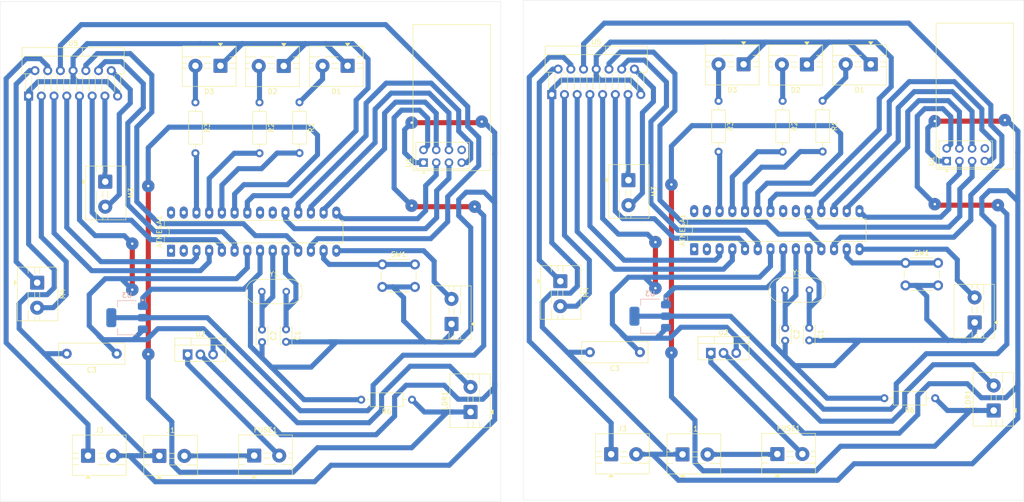
<source format=kicad_pcb>
(kicad_pcb (version 20241229) (generator "pcbnew") (generator_version "9.0")
  (layers (0 "F.Cu" signal) (2 "B.Cu" signal) (13 "F.Paste" user) (15 "B.Paste" user) (5 "F.SilkS" user "F.Silkscreen") (7 "B.SilkS" user "B.Silkscreen") (1 "F.Mask" user) (3 "B.Mask" user) (25 "Edge.Cuts" user))
  (net 0 "")
  (net 1 "Net-(D1-A)")
  (net 2 "GND")
  (net 3 "Net-(D2-A)")
  (net 4 "Net-(D3-A)")
  (net 5 "Net-(U2-VI)")
  (net 6 "Net-(J1-Pin_2)")
  (net 7 "Net-(J3-Pin_1)")
  (net 8 "LASER")
  (net 9 "+5V")
  (net 10 "LDR")
  (net 11 "Net-(U5-OUT3)")
  (net 12 "Net-(U5-OUT4)")
  (net 13 "Net-(U5-OUT1)")
  (net 14 "Net-(U5-OUT2)")
  (net 15 "LED1")
  (net 16 "CE")
  (net 17 "MOSI")
  (net 18 "MISO")
  (net 19 "SCK")
  (net 20 "CSN")
  (net 21 "ENA")
  (net 22 "IN4")
  (net 23 "IN3")
  (net 24 "IN2")
  (net 25 "ENB")
  (net 26 "IN1")
  (net 27 "XTAL2")
  (net 28 "XTAL1")
  (net 29 "BTN")
  (net 30 "LED3")
  (net 31 "LED2")
  (net 32 "IRQ")
  (net 39 "3.3V")
  (footprint "Resistor_THT:R_Axial_DIN0207_L6.3mm_D2.5mm_P10.16mm_Horizontal" (layer "F.Cu") (at 67.11 46.0525 -90)
    (property "Reference" "R3")
    (property "Value" "330R")
  )
  (footprint "Button_Switch_THT:SW_PUSH_6mm_H4.3mm" (layer "F.Cu") (at 208.95 78.15)
    (property "Reference" "SW1")
    (property "Value" "SW_SPST")
  )
  (footprint "RF_Module:nRF24L01_Breakout" (layer "F.Cu") (at 112.675 58.0895 90)
    (property "Reference" "U1")
    (property "Value" "NRF24L01")
  )
  (footprint "TerminalBlock:TerminalBlock_MaiXu_MX126-5.0-02P_1x02_P5.00mm" (layer "F.Cu") (at 72.11 38.7325 180)
    (property "Reference" "D3")
    (property "Value" "LED")
  )
  (footprint "TerminalBlock:TerminalBlock_MaiXu_MX126-5.0-02P_1x02_P5.00mm" (layer "F.Cu") (at 226.5675 107.65 90)
    (property "Reference" "LDR1")
    (property "Value" "LDR")
  )
  (footprint "Resistor_THT:R_Axial_DIN0207_L6.3mm_D2.5mm_P10.16mm_Horizontal" (layer "F.Cu") (at 184.41 45.7525 -90)
    (property "Reference" "R2")
    (property "Value" "330R")
  )
  (footprint "RF_Module:nRF24L01_Breakout" (layer "F.Cu") (at 217.175 57.7895 90)
    (property "Reference" "U1")
    (property "Value" "NRF24L01")
  )
  (footprint "TerminalBlock:TerminalBlock_MaiXu_MX126-5.0-02P_1x02_P5.00mm" (layer "F.Cu") (at 59.91 116.7325)
    (property "Reference" "J1")
    (property "Value" "Alimentação")
  )
  (footprint "Crystal:Crystal_HC49-4H_Vertical" (layer "F.Cu") (at 184.88 83.58)
    (property "Reference" "Y1")
    (property "Value" "Crystal")
  )
  (footprint "TerminalBlock:TerminalBlock_MaiXu_MX126-5.0-02P_1x02_P5.00mm" (layer "F.Cu") (at 45.66 116.7)
    (property "Reference" "J3")
    (property "Value" "Alimentação")
  )
  (footprint "Package_TO_SOT_THT:TO-220-15_P2.54x5.08mm_StaggerOdd_Lead4.58mm_Vertical" (layer "F.Cu") (at 33.79 44.78)
    (property "Reference" "U5")
    (property "Value" "L298N")
  )
  (footprint "TerminalBlock:TerminalBlock_MaiXu_MX126-5.0-02P_1x02_P5.00mm" (layer "F.Cu") (at 176.61 38.4325 180)
    (property "Reference" "D3")
    (property "Value" "LED")
  )
  (footprint "TerminalBlock:TerminalBlock_MaiXu_MX126-5.0-02P_1x02_P5.00mm" (layer "F.Cu") (at 202.01 38.4325 180)
    (property "Reference" "D1")
    (property "Value" "LED")
  )
  (footprint "TerminalBlock:TerminalBlock_MaiXu_MX126-5.0-02P_1x02_P5.00mm" (layer "F.Cu") (at 118.2675 90.35 90)
    (property "Reference" "LD1" (hide yes))
    (property "Value" "Laser")
  )
  (footprint "Package_DIP:DIP-28_W7.62mm_LongPads" (layer "F.Cu") (at 166.74 75.4 90)
    (property "Reference" "ATMEGA1")
    (property "Value" "ATmega328P-P")
  )
  (footprint "Capacitor_THT:C_Rect_L13.0mm_W4.0mm_P10.00mm_FKS3_FKP3_MKS4" (layer "F.Cu") (at 51.4 96.3 180)
    (property "Reference" "C3")
    (property "Value" "100nF")
  )
  (footprint "Package_DIP:DIP-28_W7.62mm_LongPads" (layer "F.Cu") (at 62.24 75.7 90)
    (property "Reference" "ATMEGA1")
    (property "Value" "ATmega328P-P")
  )
  (footprint "TerminalBlock:TerminalBlock_MaiXu_MX126-5.0-02P_1x02_P5.00mm" (layer "F.Cu") (at 122.0675 107.95 90)
    (property "Reference" "LDR1")
    (property "Value" "LDR")
  )
  (footprint "TerminalBlock:TerminalBlock_MaiXu_MX126-5.0-02P_1x02_P5.00mm" (layer "F.Cu") (at 49.1 61.9 -90)
    (property "Reference" "M3")
    (property "Value" "Mot 2")
  )
  (footprint "Capacitor_THT:C_Disc_D3.4mm_W2.1mm_P2.50mm" (layer "F.Cu") (at 189.72 91.13 -90)
    (property "Reference" "C1")
    (property "Value" "C")
  )
  (footprint "Crystal:Crystal_HC49-4H_Vertical" (layer "F.Cu") (at 80.38 83.88)
    (property "Reference" "Y1")
    (property "Value" "Crystal")
  )
  (footprint "Resistor_THT:R_Axial_DIN0207_L6.3mm_D2.5mm_P10.16mm_Horizontal" (layer "F.Cu") (at 192.4 45.72 -90)
    (property "Reference" "R1")
    (property "Value" "330R")
  )
  (footprint "Package_TO_SOT_THT:TO-220-15_P2.54x5.08mm_StaggerOdd_Lead4.58mm_Vertical" (layer "F.Cu") (at 138.29 44.48)
    (property "Reference" "U5")
    (property "Value" "L298N")
  )
  (footprint "Button_Switch_THT:SW_PUSH_6mm_H4.3mm" (layer "F.Cu") (at 104.45 78.45)
    (property "Reference" "SW1")
    (property "Value" "SW_SPST")
  )
  (footprint "Capacitor_THT:C_Disc_D3.4mm_W2.1mm_P2.50mm" (layer "F.Cu") (at 184.92 91.18 -90)
    (property "Reference" "C2")
    (property "Value" "C")
  )
  (footprint "Resistor_THT:R_Axial_DIN0207_L6.3mm_D2.5mm_P10.16mm_Horizontal" (layer "F.Cu") (at 171.61 45.7525 -90)
    (property "Reference" "R3")
    (property "Value" "330R")
  )
  (footprint "TerminalBlock:TerminalBlock_MaiXu_MX126-5.0-02P_1x02_P5.00mm" (layer "F.Cu") (at 150.16 116.4)
    (property "Reference" "J3")
    (property "Value" "Alimentação")
  )
  (footprint "Capacitor_THT:C_Disc_D3.4mm_W2.1mm_P2.50mm" (layer "F.Cu") (at 85.22 91.43 -90)
    (property "Reference" "C1")
    (property "Value" "C")
  )
  (footprint "Resistor_THT:R_Axial_DIN0207_L6.3mm_D2.5mm_P10.16mm_Horizontal" (layer "F.Cu") (at 110.38 105.5 180)
    (property "Reference" "R6")
    (property "Value" "10kR")
  )
  (footprint "TerminalBlock:TerminalBlock_MaiXu_MX126-5.0-02P_1x02_P5.00mm" (layer "F.Cu") (at 78.85 116.6675)
    (property "Reference" "FUSE1")
    (property "Value" "1A")
  )
  (footprint "Resistor_THT:R_Axial_DIN0207_L6.3mm_D2.5mm_P10.16mm_Horizontal" (layer "F.Cu") (at 214.88 105.2 180)
    (property "Reference" "R6")
    (property "Value" "10kR")
  )
  (footprint "Package_TO_SOT_THT:TO-220-3_Vertical" (layer "F.Cu") (at 65.56 96.45)
    (property "Reference" "U2")
    (property "Value" "LM7805")
  )
  (footprint "TerminalBlock:TerminalBlock_MaiXu_MX126-5.0-02P_1x02_P5.00mm" (layer "F.Cu") (at 84.76 38.765 180)
    (property "Reference" "D2")
    (property "Value" "LED")
  )
  (footprint "TerminalBlock:TerminalBlock_MaiXu_MX126-5.0-02P_1x02_P5.00mm" (layer "F.Cu") (at 183.35 116.3675)
    (property "Reference" "FUSE1")
    (property "Value" "1A")
  )
  (footprint "Package_TO_SOT_THT:TO-220-3_Vertical" (layer "F.Cu") (at 170.06 96.15)
    (property "Reference" "U2")
    (property "Value" "LM7805")
  )
  (footprint "TerminalBlock:TerminalBlock_MaiXu_MX126-5.0-02P_1x02_P5.00mm" (layer "F.Cu") (at 140 81.8 -90)
    (property "Reference" "M4")
    (property "Value" "Mot 1")
  )
  (footprint "TerminalBlock:TerminalBlock_MaiXu_MX126-5.0-02P_1x02_P5.00mm" (layer "F.Cu") (at 164.41 116.4325)
    (property "Reference" "J1")
    (property "Value" "Alimentação")
  )
  (footprint "Resistor_THT:R_Axial_DIN0207_L6.3mm_D2.5mm_P10.16mm_Horizontal" (layer "F.Cu") (at 87.9 46.02 -90)
    (property "Reference" "R1")
    (property "Value" "330R")
  )
  (footprint "TerminalBlock:TerminalBlock_MaiXu_MX126-5.0-02P_1x02_P5.00mm" (layer "F.Cu") (at 189.26 38.465 180)
    (property "Reference" "D2")
    (property "Value" "LED")
  )
  (footprint "Capacitor_THT:C_Rect_L13.0mm_W4.0mm_P10.00mm_FKS3_FKP3_MKS4" (layer "F.Cu") (at 155.9 96 180)
    (property "Reference" "C3")
    (property "Value" "100nF")
  )
  (footprint "Resistor_THT:R_Axial_DIN0207_L6.3mm_D2.5mm_P10.16mm_Horizontal" (layer "F.Cu") (at 79.91 46.0525 -90)
    (property "Reference" "R2")
    (property "Value" "330R")
  )
  (footprint "TerminalBlock:TerminalBlock_MaiXu_MX126-5.0-02P_1x02_P5.00mm" (layer "F.Cu") (at 35.5 82.1 -90)
    (property "Reference" "M4")
    (property "Value" "Mot 1")
  )
  (footprint "TerminalBlock:TerminalBlock_MaiXu_MX126-5.0-02P_1x02_P5.00mm" (layer "F.Cu") (at 153.6 61.6 -90)
    (property "Reference" "M3")
    (property "Value" "Mot 2")
  )
  (footprint "Capacitor_THT:C_Disc_D3.4mm_W2.1mm_P2.50mm" (layer "F.Cu") (at 80.42 91.48 -90)
    (property "Reference" "C2")
    (property "Value" "C")
  )
  (footprint "TerminalBlock:TerminalBlock_MaiXu_MX126-5.0-02P_1x02_P5.00mm" (layer "F.Cu") (at 97.51 38.7325 180)
    (property "Reference" "D1")
    (property "Value" "LED")
  )
  (footprint "TerminalBlock:TerminalBlock_MaiXu_MX126-5.0-02P_1x02_P5.00mm" (layer "F.Cu") (at 222.7675 90.05 90)
    (property "Reference" "LD1" (hide yes))
    (property "Value" "Laser")
  )
  (footprint "Package_TO_SOT_SMD:SOT-223-3_TabPin2" (layer "B.Cu") (at 53.46 89.1 180)
    (property "Reference" "U3")
    (property "Value" "AMS1117-3.3")
  )
  (footprint "Package_TO_SOT_SMD:SOT-223-3_TabPin2" (layer "B.Cu") (at 157.96 88.8 180)
    (property "Reference" "U3")
    (property "Value" "AMS1117-3.3")
  )
  (gr_rect (start 132.6 25.6) (end 232.6 125.6) (stroke (width 0.05)) (fill no) (layer "Edge.Cuts"))
  (gr_rect (start 28.1 25.9) (end 128.1 125.9) (stroke (width 0.05)) (fill no) (layer "Edge.Cuts"))
  (segment (start 197.01 41.11) (end 197.01 38.4325) (width 1.016) (layer "B.Cu") (net 1))
  (segment (start 92.51 41.41) (end 92.51 38.7325) (width 1.016) (layer "B.Cu") (net 1))
  (segment (start 192.4 45.72) (end 197.01 41.11) (width 1.016) (layer "B.Cu") (net 1))
  (segment (start 87.9 46.02) (end 92.51 41.41) (width 1.016) (layer "B.Cu") (net 1))
  (segment (start 214.8 49.8) (end 228.6 49.8) (width 1.016) (layer "F.Cu") (net 2))
  (segment (start 110.3 50.1) (end 124.1 50.1) (width 1.016) (layer "F.Cu") (net 2))
  (segment (start 124.1 50.1) (end 124.3 49.9) (width 1.016) (layer "F.Cu") (net 2))
  (segment (start 228.6 49.8) (end 228.8 49.6) (width 1.016) (layer "F.Cu") (net 2))
  (via (at 124.3 49.9) (size 2.5) (drill 0.5) (layers "F.Cu" "B.Cu") (net 2))
  (via (at 214.8 49.8) (size 2.5) (drill 0.5) (layers "F.Cu" "B.Cu") (net 2))
  (via (at 110.3 50.1) (size 2.5) (drill 0.5) (layers "F.Cu" "B.Cu") (net 2))
  (via (at 228.8 49.6) (size 2.5) (drill 0.5) (layers "F.Cu" "B.Cu") (net 2))
  (segment (start 161.11 84.79) (end 162.8 83.1) (width 1.016) (layer "B.Cu") (net 2))
  (segment (start 225.7 63.7) (end 229.3 63.7) (width 1.016) (layer "B.Cu") (net 2))
  (segment (start 186.35 98.25) (end 193.3 105.2) (width 1.016) (layer "B.Cu") (net 2))
  (segment (start 161.11 86.5) (end 161.11 84.79) (width 1.016) (layer "B.Cu") (net 2))
  (segment (start 38.9 79.5) (end 38.9 83.1) (width 1.016) (layer "B.Cu") (net 2))
  (segment (start 142 96.6) (end 146.6 101.2) (width 1.016) (layer "B.Cu") (net 2))
  (segment (start 97.51 38.7325) (end 97.51 38.71) (width 1.016) (layer "B.Cu") (net 2))
  (segment (start 97.51 38.71) (end 93.1 34.3) (width 1.016) (layer "B.Cu") (net 2))
  (segment (start 207.7 112.2) (end 188.65 112.2) (width 1.016) (layer "B.Cu") (net 2))
  (segment (start 176.61 38.4325) (end 176.61 38.39) (width 1.016) (layer "B.Cu") (net 2))
  (segment (start 78.7 64.7) (end 86.2 64.7) (width 1.016) (layer "B.Cu") (net 2))
  (segment (start 51.57 44.78) (end 51.57 43.97) (width 1.016) (layer "B.Cu") (net 2))
  (segment (start 42.68 39.7) (end 42.68 37.12) (width 1.016) (layer "B.Cu") (net 2))
  (segment (start 157.7 116.4) (end 157.3 116.4) (width 1.016) (layer "B.Cu") (net 2))
  (segment (start 189.26 38.34) (end 193.6 34) (width 1.016) (layer "B.Cu") (net 2))
  (segment (start 231.391 109.209) (end 222.3 118.3) (width 1.016) (layer "B.Cu") (net 2))
  (segment (start 138.29 43.51) (end 140.2 41.6) (width 1.016) (layer "B.Cu") (net 2))
  (segment (start 138.29 74.09) (end 143.4 79.2) (width 1.016) (layer "B.Cu") (net 2))
  (segment (start 99.2 45.6) (end 101.6 43.2) (width 1.016) (layer "B.Cu") (net 2))
  (segment (start 89.1 34.3) (end 93.1 34.3) (width 1.016) (layer "B.Cu") (net 2))
  (segment (start 211.4 108.5) (end 207.7 112.2) (width 1.016) (layer "B.Cu") (net 2))
  (segment (start 110.8895 58.0895) (end 108.9 56.1) (width 1.016) (layer "B.Cu") (net 2))
  (segment (start 190.7 64.4) (end 203.7 51.4) (width 1.016) (layer "B.Cu") (net 2))
  (segment (start 189.72 93.63) (end 198.4 93.63) (width 1.016) (layer "B.Cu") (net 2))
  (segment (start 84.76 38.765) (end 84.76 38.64) (width 1.016) (layer "B.Cu") (net 2))
  (segment (start 231.4 56) (end 231.391 56.009) (width 1.016) (layer "B.Cu") (net 2))
  (segment (start 181.98 67.78) (end 181.98 65.62) (width 1.016) (layer "B.Cu") (net 2))
  (segment (start 138.2 84.2) (end 136.4 86) (width 1.016) (layer "B.Cu") (net 2))
  (segment (start 156.07 44.48) (end 156.07 43.67) (width 1.016) (layer "B.Cu") (net 2))
  (segment (start 57.3 116.7) (end 59.8775 116.7) (width 1.016) (layer "B.Cu") (net 2))
  (segment (start 43.5 41.9) (end 35.7 41.9) (width 1.016) (layer "B.Cu") (net 2))
  (segment (start 142 84.2) (end 138.2 84.2) (width 1.016) (layer "B.Cu") (net 2))
  (segment (start 85.17 93.98) (end 85.22 93.93) (width 1.016) (layer "B.Cu") (net 2))
  (segment (start 78.1 82.1) (end 80.02 80.18) (width 1.016) (layer "B.Cu") (net 2))
  (segment (start 215.3895 57.7895) (end 213.4 55.8) (width 1.016) (layer "B.Cu") (net 2))
  (segment (start 231.391 102) (end 231.391 65.791) (width 1.016) (layer "B.Cu") (net 2))
  (segment (start 45.5 34.3) (end 68.1 34.3) (width 1.016) (layer "B.Cu") (net 2))
  (segment (start 81.85 98.55) (end 80.42 97.12) (width 1.016) (layer "B.Cu") (net 2))
  (segment (start 231.391 56.009) (end 231.391 65.791) (width 1.016) (layer "B.Cu") (net 2))
  (segment (start 189.67 93.68) (end 189.72 93.63) (width 1.016) (layer "B.Cu") (net 2))
  (segment (start 53.2 116.7) (end 53.9 116.7) (width 1.016) (layer "B.Cu") (net 2))
  (segment (start 221.3 102.3) (end 213.7 102.3) (width 1.016) (layer "B.Cu") (net 2))
  (segment (start 33.7 84.5) (end 31.9 86.3) (width 1.016) (layer "B.Cu") (net 2))
  (segment (start 115.7 93.93) (end 112.93 93.93) (width 1.016) (layer "B.Cu") (net 2))
  (segment (start 213.4 51.2) (end 214.8 49.8) (width 1.016) (layer "B.Cu") (net 2))
  (segment (start 231.391 102) (end 231.391 102.709) (width 1.016) (layer "B.Cu") (net 2))
  (segment (start 147.18 36.82) (end 150 34) (width 1.016) (layer "B.Cu") (net 2))
  (segment (start 112.675 58.0895) (end 110.8895 58.0895) (width 1.016) (layer "B.Cu") (net 2))
  (segment (start 106.55 82.95) (end 108.7 85.1) (width 1.016) (layer "B.Cu") (net 2))
  (segment (start 181.98 65.62) (end 183.2 64.4) (width 1.016) (layer "B.Cu") (net 2))
  (segment (start 222.7675 90.05) (end 222.7675 91.9325) (width 1.016) (layer "B.Cu") (net 2))
  (segment (start 143.4 79.2) (end 143.4 82.8) (width 1.016) (layer "B.Cu") (net 2))
  (segment (start 82.28 98.98) (end 81.85 98.55) (width 1.016) (layer "B.Cu") (net 2))
  (segment (start 54.5 116.7) (end 55.5 116.7) (width 1.016) (layer "B.Cu") (net 2))
  (segment (start 126.891 103.009) (end 124.5 105.4) (width 1.016) (layer "B.Cu") (net 2))
  (segment (start 224.17 93.63) (end 226.6 91.2) (width 1.016) (layer "B.Cu") (net 2))
  (segment (start 109.2 102.6) (end 106.9 104.9) (width 1.016) (layer "B.Cu") (net 2))
  (segment (start 231.391 102.709) (end 229 105.1) (width 1.016) (layer "B.Cu") (net 2))
  (segment (start 117.8 118.6) (end 94.2 118.6) (width 1.016) (layer "B.Cu") (net 2))
  (segment (start 213.2 84.8) (end 213.2 89.4) (width 1.016) (layer "B.Cu") (net 2))
  (segment (start 182.6 84.8) (end 182.6 81.8) (width 1.016) (layer "B.Cu") (net 2))
  (segment (start 124.8 64) (end 126.891 66.091) (width 1.016) (layer "B.Cu") (net 2))
  (segment (start 215.45 82.65) (end 211 82.65) (width 1.016) (layer "B.Cu") (net 2))
  (segment (start 58.3 83.4) (end 76.8 83.4) (width 1.016) (layer "B.Cu") (net 2))
  (segment (start 204.72 105.2) (end 193.3 105.2) (width 1.016) (layer "B.Cu") (net 2))
  (segment (start 37.5 96.9) (end 57.3 116.7) (width 1.016) (layer "B.Cu") (net 2))
  (segment (start 231.391 102) (end 231.391 109.209) (width 1.016) (layer "B.Cu") (net 2))
  (segment (start 211 82.65) (end 208.95 82.65) (width 1.016) (layer "B.Cu") (net 2))
  (segment (start 189.26 38.465) (end 189.26 38.34) (width 1.016) (layer "B.Cu") (net 2))
  (segment (start 188.65 112.2) (end 172.6 96.15) (width 1.016) (layer "B.Cu") (net 2))
  (segment (start 228.8 49.6) (end 229.2 49.6) (width 1.016) (layer "B.Cu") (net 2))
  (segment (start 119.7 65.5) (end 121.2 64) (width 1.016) (layer "B.Cu") (net 2))
  (segment (start 77.48 65.92) (end 78.7 64.7) (width 1.016) (layer "B.Cu") (net 2))
  (segment (start 116.57 93.93) (end 115.7 93.93) (width 1.016) (layer "B.Cu") (net 2))
  (segment (start 41.4 96.3) (end 36.9 96.3) (width 1.016) (layer "B.Cu") (net 2))
  (segment (start 116.8 102.6) (end 109.2 102.6) (width 1.016) (layer "B.Cu") (net 2))
  (segment (start 76.8 83.4) (end 78.1 82.1) (width 1.016) (layer "B.Cu") (net 2))
  (segment (start 122.1 91.5) (end 122.1 71.1) (width 1.016) (layer "B.Cu") (net 2))
  (segment (start 33.79 43.81) (end 35.7 41.9) (width 1.016) (layer "B.Cu") (net 2))
  (segment (start 226.6 91.2) (end 226.6 70.8) (width 1.016) (layer "B.Cu") (net 2))
  (segment (start 211.05 82.65) (end 213.2 84.8) (width 1.016) (layer "B.Cu") (net 2))
  (segment (start 106.5 82.95) (end 106.55 82.95) (width 1.016) (layer "B.Cu") (net 2))
  (segment (start 126.891 56.309) (end 126.891 66.091) (width 1.016) (layer "B.Cu") (net 2))
  (segment (start 84.76 38.64) (end 89.1 34.3) (width 1.016) (layer "B.Cu") (net 2))
  (segment (start 126.891 102.3) (end 126.891 109.509) (width 1.016) (layer "B.Cu") (net 2))
  (segment (start 56.61 85.09) (end 58.3 83.4) (width 1.016) (layer "B.Cu") (net 2))
  (segment (start 37.5 84.5) (end 33.7 84.5) (width 1.016) (layer "B.Cu") (net 2))
  (segment (start 147.18 39.4) (end 147.18 36.82) (width 1.016) (layer "B.Cu") (net 2))
  (segment (start 78.1 85.1) (end 78.1 82.1) (width 1.016) (layer "B.Cu") (net 2))
  (segment (start 198.4 93.63) (end 217.43 93.63) (width 1.016) (layer "B.Cu") (net 2))
  (segment (start 161.8 116.4) (end 164.3775 116.4) (width 1.016) (layer "B.Cu") (net 2))
  (segment (start 115.7 93.93) (end 119.67 93.93) (width 1.016) (layer "B.Cu") (net 2))
  (segment (start 49.5 41.9) (end 48.9 41.9) (width 1.016) (layer "B.Cu") (net 2))
  (segment (start 95.27 93.93) (end 90.22 98.98) (width 1.016) (layer "B.Cu") (net 2))
  (segment (start 164.3775 116.4) (end 164.41 116.4325) (width 1.016) (layer "B.Cu") (net 2))
  (segment (start 106.5 82.95) (end 104.45 82.95) (width 1.016) (layer "B.Cu") (net 2))
  (segment (start 36.9 96.3) (end 37.5 96.9) (width 1.016) (layer "B.Cu") (net 2))
  (segment (start 78.1 94.8) (end 78.1 85.1) (width 1.016) (layer "B.Cu") (net 2))
  (segment (start 121.2 64) (end 124.8 64) (width 1.016) (layer "B.Cu") (net 2))
  (segment (start 156.07 43.67) (end 154 41.6) (width 1.016) (layer "B.Cu") (net 2))
  (segment (start 150 34) (end 172.6 34) (width 1.016) (layer "B.Cu") (net 2))
  (segment (start 72.11 38.7325) (end 72.11 38.69) (width 1.016) (layer "B.Cu") (net 2))
  (segment (start 84.15 112.5) (end 68.1 96.45) (width 1.016) (layer "B.Cu") (net 2))
  (segment (start 138.29 44.48) (end 138.29 74.09) (width 1.016) (layer "B.Cu") (net 2))
  (segment (start 126.9 56.3) (end 126.891 56.309) (width 1.016) (layer "B.Cu") (net 2))
  (segment (start 126.891 102.3) (end 126.891 66.091) (width 1.016) (layer "B.Cu") (net 2))
  (segment (start 86.2 64.7) (end 99.2 51.7) (width 1.016) (layer "B.Cu") (net 2))
  (segment (start 126.9 52.1) (end 126.9 56.3) (width 1.016) (layer "B.Cu") (net 2))
  (segment (start 80.02 80.18) (end 80.02 75.7) (width 1.016) (layer "B.Cu") (net 2))
  (segment (start 184.52 79.88) (end 184.52 75.4) (width 1.016) (layer "B.Cu") (net 2))
  (segment (start 213.2 89.4) (end 217.43 93.63) (width 1.016) (layer "B.Cu") (net 2))
  (segment (start 222.7675 91.9325) (end 221.07 93.63) (width 1.016) (layer "B.Cu") (net 2))
  (segment (start 162.8 83.1) (end 181.3 83.1) (width 1.016) (layer "B.Cu") (net 2))
  (segment (start 126.891 109.509) (end 117.8 118.6) (width 1.016) (layer "B.Cu") (net 2))
  (segment (start 154 41.6) (end 153.4 41.6) (width 1.016) (layer "B.Cu") (net 2))
  (segment (start 42.68 41.08) (end 43.5 41.9) (width 1.016) (layer "B.Cu") (net 2))
  (segment (start 206.1 37.1) (end 203 34) (width 1.016) (layer "B.Cu") (net 2))
  (segment (start 90.22 98.98) (end 82.28 98.98) (width 1.016) (layer "B.Cu") (net 2))
  (segment (start 124.5 105.4) (end 119.6 105.4) (width 1.016) (layer "B.Cu") (net 2))
  (segment (start 50.66 116.7) (end 53.2 116.7) (width 1.016) (layer "B.Cu") (net 2))
  (segment (start 33.79 74.39) (end 38.9 79.5) (width 1.016) (layer "B.Cu") (net 2))
  (segment (start 48.9 41.9) (end 43.5 41.9) (width 1.016) (layer "B.Cu") (net 2))
  (segment (start 203.7 51.4) (end 203.7 45.3) (width 1.016) (layer "B.Cu") (net 2))
  (segment (start 59.1 121.9) (end 53.9 116.7) (width 1.016) (layer "B.Cu") (net 2))
  (segment (start 148 41.6) (end 140.2 41.6) (width 1.016) (layer "B.Cu") (net 2))
  (segment (start 106.9 108.8) (end 103.2 112.5) (width 1.016) (layer "B.Cu") (net 2))
  (segment (start 142 96.6) (end 161.8 116.4) (width 1.016) (layer "B.Cu") (net 2))
  (segment (start 38.9 83.1) (end 37.5 84.5) (width 1.016) (layer "B.Cu") (net 2))
  (segment (start 229 105.1) (end 224.1 105.1) (width 1.016) (layer "B.Cu") (net 2))
  (segment (start 53.2 116.7) (end 52.8 116.7) (width 1.016) (layer "B.Cu") (net 2))
  (segment (start 181.3 83.1) (end 182.6 81.8) (width 1.016) (layer "B.Cu") (net 2))
  (segment (start 33.79 44.78) (end 33.79 74.39) (width 1.016) (layer "B.Cu") (net 2))
  (segment (start 203.7 45.3) (end 206.1 42.9) (width 1.016) (layer "B.Cu") (net 2))
  (segment (start 72.11 38.69) (end 76.5 34.3) (width 1.016) (layer "B.Cu") (net 2))
  (segment (start 108.7 85.1) (end 108.7 89.7) (width 1.016) (layer "B.Cu") (net 2))
  (segment (start 160 116.4) (end 161.8 116.4) (width 1.016) (layer "B.Cu") (net 2))
  (segment (start 42.68 37.12) (end 45.5 34.3) (width 1.016) (layer "B.Cu") (net 2))
  (segment (start 126.891 102.3) (end 126.891 103.009) (width 1.016) (layer "B.Cu") (net 2))
  (segment (start 90.9 121.9) (end 59.1 121.9) (width 1.016) (layer "B.Cu") (net 2))
  (segment (start 221.07 93.63) (end 220.2 93.63) (width 1.016) (layer "B.Cu") (net 2))
  (segment (start 33.79 44.78) (end 33.79 43.81) (width 1.016) (layer "B.Cu") (net 2))
  (segment (start 220.2 93.63) (end 217.43 93.63) (width 1.016) (layer "B.Cu") (net 2))
  (segment (start 100.22 105.5) (end 88.8 105.5) (width 1.016) (layer "B.Cu") (net 2))
  (segment (start 158.4 116.4) (end 159 116.4) (width 1.016) (layer "B.Cu") (net 2))
  (segment (start 222.3 118.3) (end 198.7 118.3) (width 1.016) (layer "B.Cu") (net 2))
  (segment (start 124.3 49.9) (end 124.7 49.9) (width 1.016) (layer "B.Cu") (net 2))
  (segment (start 211 82.65) (end 211.05 82.65) (width 1.016) (layer "B.Cu") (net 2))
  (segment (start 226.6 70.8) (end 224.2 68.4) (width 1.016) (layer "B.Cu") (net 2))
  (segment (start 143.4 82.8) (end 142 84.2) (width 1.016) (layer "B.Cu") (net 2))
  (segment (start 182.6 81.8) (end 184.52 79.88) (width 1.016) (layer "B.Cu") (net 2))
  (segment (start 51.57 43.97) (end 49.5 41.9) (width 1.016) (layer "B.Cu") (net 2))
  (segment (start 108.7 89.7) (end 112.93 93.93) (width 1.016) (layer "B.Cu") (net 2))
  (segment (start 198.7 118.3) (end 195.4 121.6) (width 1.016) (layer "B.Cu") (net 2))
  (segment (start 172.6 34) (end 181 34) (width 1.016) (layer "B.Cu") (net 2))
  (segment (start 145.9 96) (end 141.4 96) (width 1.016) (layer "B.Cu") (net 2))
  (segment (start 37.5 96.9) (end 42.1 101.5) (width 1.016) (layer "B.Cu") (net 2))
  (segment (start 176.61 38.39) (end 181 34) (width 1.016) (layer "B.Cu") (net 2))
  (segment (start 184.92 96.82) (end 182.6 94.5) (width 1.016) (layer "B.Cu") (net 2))
  (segment (start 186.35 98.25) (end 184.92 96.82) (width 1.016) (layer "B.Cu") (net 2))
  (segment (start 224.2 65.2) (end 225.7 63.7) (width 1.016) (layer "B.Cu") (net 2))
  (segment (start 119.6 105.4) (end 116.8 102.6) (width 1.016) (layer "B.Cu") (net 2))
  (segment (start 103.2 112.5) (end 84.15 112.5) (width 1.016) (layer "B.Cu") (net 2))
  (segment (start 80.42 97.12) (end 78.1 94.8) (width 1.016) (layer "B.Cu") (net 2))
  (segment (start 136.4 86) (end 136.4 91) (width 1.016) (layer "B.Cu") (net 2))
  (segment (start 108.9 56.1) (end 108.9 51.5) (width 1.016) (layer "B.Cu") (net 2))
  (segment (start 198.4 93.63) (end 199.77 93.63) (width 1.016) (layer "B.Cu") (net 2))
  (segment (start 68.1 34.3) (end 76.5 34.3) (width 1.016) (layer "B.Cu") (net 2))
  (segment (start 93.9 93.93) (end 112.93 93.93) (width 1.016) (layer "B.Cu") (net 2))
  (segment (start 153.4 41.6) (end 148 41.6) (width 1.016) (layer "B.Cu") (net 2))
  (segment (start 147.18 40.78) (end 148 41.6) (width 1.016) (layer "B.Cu") (net 2))
  (segment (start 183.2 64.4) (end 190.7 64.4) (width 1.016) (layer "B.Cu") (net 2))
  (segment (start 181 34) (end 193.6 34) (width 1.016) (layer "B.Cu") (net 2))
  (segment (start 108.9 51.5) (end 110.3 50.1) (width 1.016) (layer "B.Cu") (net 2))
  (segment (start 42.68 39.7) (end 42.68 41.08) (width 1.016) (layer "B.Cu") (net 2))
  (segment (start 195.4 121.6) (end 163.6 121.6) (width 1.016) (layer "B.Cu") (net 2))
  (segment (start 184.92 93.68) (end 184.92 96.82) (width 1.016) (layer "B.Cu") (net 2))
  (segment (start 159 116.4) (end 160 116.4) (width 1.016) (layer "B.Cu") (net 2))
  (segment (start 138.29 44.48) (end 138.29 43.51) (width 1.016) (layer "B.Cu") (net 2))
  (segment (start 94.2 118.6) (end 90.9 121.9) (width 1.016) (layer "B.Cu") (net 2))
  (segment (start 31.9 86.3) (end 31.9 91.3) (width 1.016) (layer "B.Cu") (net 2))
  (segment (start 124.7 49.9) (end 126.9 52.1) (width 1.016) (layer "B.Cu") (net 2))
  (segment (start 77.48 68.08) (end 77.48 65.92) (width 1.016) (layer "B.Cu") (net 2))
  (segment (start 182.6 94.5) (end 182.6 84.8) (width 1.016) (layer "B.Cu") (net 2))
  (segment (start 119.67 93.93) (end 122.1 91.5) (width 1.016) (layer "B.Cu") (net 2))
  (segment (start 224.2 68.4) (end 224.2 65.2) (width 1.016) (layer "B.Cu") (net 2))
  (segment (start 122.1 71.1) (end 119.7 68.7) (width 1.016) (layer "B.Cu") (net 2))
  (segment (start 229.3 63.7) (end 231.391 65.791) (width 1.016) (layer "B.Cu") (net 2))
  (segment (start 213.7 102.3) (end 211.4 104.6) (width 1.016) (layer "B.Cu") (net 2))
  (segment (start 55.5 116.7) (end 57.3 116.7) (width 1.016) (layer "B.Cu") (net 2))
  (segment (start 93.9 93.93) (end 95.27 93.93) (width 1.016) (layer "B.Cu") (net 2))
  (segment (start 211.4 104.6) (end 211.4 108.5) (width 1.016) (layer "B.Cu") (net 2))
  (segment (start 155.16 116.4) (end 157.7 116.4) (width 1.016) (layer "B.Cu") (net 2))
  (segment (start 206.1 42.9) (end 206.1 37.1) (width 1.016) (layer "B.Cu") (net 2))
  (segment (start 136.4 91) (end 141.4 96) (width 1.016) (layer "B.Cu") (net 2))
  (segment (start 217.175 57.7895) (end 215.3895 57.7895) (width 1.016) (layer "B.Cu") (net 2))
  (segment (start 157.7 116.4) (end 158.4 116.4) (width 1.016) (layer "B.Cu") (net 2))
  (segment (start 101.6 37.4) (end 98.5 34.3) (width 1.016) (layer "B.Cu") (net 2))
  (segment (start 213.4 55.8) (end 213.4 51.2) (width 1.016) (layer "B.Cu") (net 2))
  (segment (start 80.42 93.98) (end 80.42 97.12) (width 1.016) (layer "B.Cu") (net 2))
  (segment (start 224.1 105.1) (end 221.3 102.3) (width 1.016) (layer "B.Cu") (net 2))
  (segment (start 85.22 93.93) (end 93.9 93.93) (width 1.016) (layer "B.Cu") (net 2))
  (segment (start 98.5 34.3) (end 93.1 34.3) (width 1.016) (layer "B.Cu") (net 2))
  (segment (start 118.2675 92.2325) (end 116.57 93.93) (width 1.016) (layer "B.Cu") (net 2))
  (segment (start 194.72 98.68) (end 186.78 98.68) (width 1.016) (layer "B.Cu") (net 2))
  (segment (start 110.95 82.95) (end 106.5 82.95) (width 1.016) (layer "B.Cu") (net 2))
  (segment (start 76.5 34.3) (end 89.1 34.3) (width 1.016) (layer "B.Cu") (net 2))
  (segment (start 202.01 38.41) (end 197.6 34) (width 1.016) (layer "B.Cu") (net 2))
  (segment (start 53.9 116.7) (end 54.5 116.7) (width 1.016) (layer "B.Cu") (net 2))
  (segment (start 118.2675 90.35) (end 118.2675 92.2325) (width 1.016) (layer "B.Cu") (net 2))
  (segment (start 141.4 96) (end 142 96.6) (width 1.016) (layer "B.Cu") (net 2))
  (segment (start 163.6 121.6) (end 158.4 116.4) (width 1.016) (layer "B.Cu") (net 2))
  (segment (start 59.8775 116.7) (end 59.91 116.7325) (width 1.016) (layer "B.Cu") (net 2))
  (segment (start 31.9 91.3) (end 36.9 96.3) (width 1.016) (layer "B.Cu") (net 2))
  (segment (start 199.77 93.63) (end 194.72 98.68) (width 1.016) (layer "B.Cu") (net 2))
  (segment (start 203 34) (end 197.6 34) (width 1.016) (layer "B.Cu") (net 2))
  (segment (start 202.01 38.4325) (end 202.01 38.41) (width 1.016) (layer "B.Cu") (net 2))
  (segment (start 56.61 86.8) (end 56.61 85.09) (width 1.016) (layer "B.Cu") (net 2))
  (segment (start 81.85 98.55) (end 88.8 105.5) (width 1.016) (layer "B.Cu") (net 2))
  (segment (start 101.6 43.2) (end 101.6 37.4) (width 1.016) (layer "B.Cu") (net 2))
  (segment (start 147.18 39.4) (end 147.18 40.78) (width 1.016) (layer "B.Cu") (net 2))
  (segment (start 193.6 34) (end 197.6 34) (width 1.016) (layer "B.Cu") (net 2))
  (segment (start 220.2 93.63) (end 224.17 93.63) (width 1.016) (layer "B.Cu") (net 2))
  (segment (start 186.78 98.68) (end 186.35 98.25) (width 1.016) (layer "B.Cu") (net 2))
  (segment (start 106.9 104.9) (end 106.9 108.8) (width 1.016) (layer "B.Cu") (net 2))
  (segment (start 229.2 49.6) (end 231.4 51.8) (width 1.016) (layer "B.Cu") (net 2))
  (segment (start 99.2 51.7) (end 99.2 45.6) (width 1.016) (layer "B.Cu") (net 2))
  (segment (start 119.7 68.7) (end 119.7 65.5) (width 1.016) (layer "B.Cu") (net 2))
  (segment (start 231.4 51.8) (end 231.4 56) (width 1.016) (layer "B.Cu") (net 2))
  (segment (start 184.41 45.7525) (end 184.41 38.615) (width 1.016) (layer "B.Cu") (net 3))
  (segment (start 79.91 38.915) (end 79.76 38.765) (width 1.016) (layer "B.Cu") (net 3))
  (segment (start 184.41 38.615) (end 184.26 38.465) (width 1.016) (layer "B.Cu") (net 3))
  (segment (start 79.91 46.0525) (end 79.91 38.915) (width 1.016) (layer "B.Cu") (net 3))
  (segment (start 171.61 45.7525) (end 171.61 38.4325) (width 1.016) (layer "B.Cu") (net 4))
  (segment (start 67.11 46.0525) (end 67.11 38.7325) (width 1.016) (layer "B.Cu") (net 4))
  (segment (start 65.65 96.45) (end 65.56 96.45) (width 1.016) (layer "B.Cu") (net 5))
  (segment (start 65.56 98.3775) (end 65.56 96.45) (width 1.016) (layer "B.Cu") (net 5))
  (segment (start 170.06 98.0775) (end 170.06 96.15) (width 1.016) (layer "B.Cu") (net 5))
  (segment (start 83.85 116.6675) (end 65.56 98.3775) (width 1.016) (layer "B.Cu") (net 5))
  (segment (start 170.15 96.15) (end 170.06 96.15) (width 1.016) (layer "B.Cu") (net 5))
  (segment (start 188.35 116.3675) (end 170.06 98.0775) (width 1.016) (layer "B.Cu") (net 5))
  (segment (start 64.91 116.7325) (end 78.785 116.7325) (width 1.016) (layer "B.Cu") (net 6))
  (segment (start 169.41 116.4325) (end 183.285 116.4325) (width 1.016) (layer "B.Cu") (net 6))
  (segment (start 183.285 116.4325) (end 183.35 116.3675) (width 1.016) (layer "B.Cu") (net 6))
  (segment (start 78.785 116.7325) (end 78.85 116.6675) (width 1.016) (layer "B.Cu") (net 6))
  (segment (start 29.3 94.1) (end 29.3 41.3) (width 1.016) (layer "B.Cu") (net 7))
  (segment (start 36.1 37.3) (end 37.6 38.8) (width 1.016) (layer "B.Cu") (net 7))
  (segment (start 37.6 38.8) (end 37.6 39.7) (width 1.016) (layer "B.Cu") (net 7))
  (segment (start 45.66 116.7) (end 45.66 110.46) (width 1.016) (layer "B.Cu") (net 7))
  (segment (start 33.3 37.3) (end 36.1 37.3) (width 1.016) (layer "B.Cu") (net 7))
  (segment (start 133.8 93.8) (end 133.8 41) (width 1.016) (layer "B.Cu") (net 7))
  (segment (start 142.1 38.5) (end 142.1 39.4) (width 1.016) (layer "B.Cu") (net 7))
  (segment (start 45.66 110.46) (end 29.3 94.1) (width 1.016) (layer "B.Cu") (net 7))
  (segment (start 137.8 37) (end 140.6 37) (width 1.016) (layer "B.Cu") (net 7))
  (segment (start 29.3 41.3) (end 33.3 37.3) (width 1.016) (layer "B.Cu") (net 7))
  (segment (start 150.16 110.16) (end 133.8 93.8) (width 1.016) (layer "B.Cu") (net 7))
  (segment (start 133.8 41) (end 137.8 37) (width 1.016) (layer "B.Cu") (net 7))
  (segment (start 150.16 116.4) (end 150.16 110.16) (width 1.016) (layer "B.Cu") (net 7))
  (segment (start 140.6 37) (end 142.1 38.5) (width 1.016) (layer "B.Cu") (net 7))
  (segment (start 217.2 75.4) (end 219.3 77.5) (width 1.016) (layer "B.Cu") (net 8))
  (segment (start 222.7675 85.05) (end 219.3 81.5825) (width 1.016) (layer "B.Cu") (net 8))
  (segment (start 219.3 81.5825) (end 219.3 77.5) (width 1.016) (layer "B.Cu") (net 8))
  (segment (start 118.2675 85.35) (end 114.8 81.8825) (width 1.016) (layer "B.Cu") (net 8))
  (segment (start 95.26 75.7) (end 112.7 75.7) (width 1.016) (layer "B.Cu") (net 8))
  (segment (start 114.8 81.8825) (end 114.8 77.8) (width 1.016) (layer "B.Cu") (net 8))
  (segment (start 112.7 75.7) (end 114.8 77.8) (width 1.016) (layer "B.Cu") (net 8))
  (segment (start 199.76 75.4) (end 217.2 75.4) (width 1.016) (layer "B.Cu") (net 8))
  (segment (start 54.5 83.5) (end 54.5 74.3) (width 1.016) (layer "F.Cu") (net 9))
  (segment (start 159 83.2) (end 159 74) (width 1.016) (layer "F.Cu") (net 9))
  (via (at 159 74) (size 2.5) (drill 0.5) (layers "F.Cu" "B.Cu") (net 9))
  (via (at 159 83.2) (size 2.5) (drill 0.5) (layers "F.Cu" "B.Cu") (net 9))
  (via (at 54.5 74.3) (size 2.5) (drill 0.5) (layers "F.Cu" "B.Cu") (net 9))
  (via (at 54.5 83.5) (size 2.5) (drill 0.5) (layers "F.Cu" "B.Cu") (net 9))
  (segment (start 52.9 72.7) (end 47.1 72.7) (width 1.016) (layer "B.Cu") (net 9))
  (segment (start 47.1 72.7) (end 43.95 69.55) (width 1.016) (layer "B.Cu") (net 9))
  (segment (start 175.14 92.94) (end 174.8 92.6) (width 1.016) (layer "B.Cu") (net 9))
  (segment (start 57.4 93.5) (end 54.7 93.5) (width 1.016) (layer "B.Cu") (net 9))
  (segment (start 159 83.2) (end 156.8 81) (width 1.016) (layer "B.Cu") (net 9))
  (segment (start 161.11 91.1) (end 161.11 91.29) (width 1.016) (layer "B.Cu") (net 9))
  (segment (start 152.35 92.45) (end 155.9 96) (width 1.016) (layer "B.Cu") (net 9))
  (segment (start 56.61 91.4) (end 56.61 91.5) (width 1.016) (layer "B.Cu") (net 9))
  (segment (start 181.98 75.4) (end 181.98 78.82) (width 1.016) (layer "B.Cu") (net 9))
  (segment (start 173.2 91) (end 164.1 91) (width 1.016) (layer "B.Cu") (net 9))
  (segment (start 159 74) (end 157.4 72.4) (width 1.016) (layer "B.Cu") (net 9))
  (segment (start 45.9 90.7) (end 47.85 92.65) (width 1.016) (layer "B.Cu") (net 9))
  (segment (start 206.3 109.8) (end 192 109.8) (width 1.016) (layer "B.Cu") (net 9))
  (segment (start 179.8 81) (end 156.8 81) (width 1.016) (layer "B.Cu") (net 9))
  (segment (start 161.9 93.2) (end 159.2 93.2) (width 1.016) (layer "B.Cu") (net 9))
  (segment (start 45.9 84.5) (end 45.9 90.7) (width 1.016) (layer "B.Cu") (net 9))
  (segment (start 68.7 91.3) (end 59.6 91.3) (width 1.016) (layer "B.Cu") (net 9))
  (segment (start 77.48 75.7) (end 77.48 79.12) (width 1.016) (layer "B.Cu") (net 9))
  (segment (start 104.3 107.6) (end 101.8 110.1) (width 1.016) (layer "B.Cu") (net 9))
  (segment (start 70.3 92.9) (end 68.7 91.3) (width 1.016) (layer "B.Cu") (net 9))
  (segment (start 101.8 110.1) (end 87.5 110.1) (width 1.016) (layer "B.Cu") (net 9))
  (segment (start 47.85 92.65) (end 47.85 92.75) (width 1.016) (layer "B.Cu") (net 9))
  (segment (start 151.6 72.4) (end 148.45 69.25) (width 1.016) (layer "B.Cu") (net 9))
  (segment (start 192 109.8) (end 174.8 92.6) (width 1.016) (layer "B.Cu") (net 9))
  (segment (start 47.85 92.75) (end 51.4 96.3) (width 1.016) (layer "B.Cu") (net 9))
  (segment (start 161.11 91.29) (end 159.2 93.2) (width 1.016) (layer "B.Cu") (net 9))
  (segment (start 156.8 81) (end 153.6 81) (width 1.016) (layer "B.Cu") (net 9))
  (segment (start 56.61 91.59) (end 54.7 93.5) (width 1.016) (layer "B.Cu") (net 9))
  (segment (start 222.4175 98.5) (end 214.5 98.5) (width 1.016) (layer "B.Cu") (net 9))
  (segment (start 77.48 79.12) (end 75.3 81.3) (width 1.016) (layer "B.Cu") (net 9))
  (segment (start 208.8 104.2) (end 208.8 107.3) (width 1.016) (layer "B.Cu") (net 9))
  (segment (start 153.6 81) (end 150.4 84.2) (width 1.016) (layer "B.Cu") (net 9))
  (segment (start 54.5 83.5) (end 52.3 81.3) (width 1.016) (layer "B.Cu") (net 9))
  (segment (start 43.95 69.55) (end 43.95 44.78) (width 1.016) (layer "B.Cu") (net 9))
  (segment (start 104.3 104.5) (end 104.3 107.6) (width 1.016) (layer "B.Cu") (net 9))
  (segment (start 47.85 92.65) (end 48.7 93.5) (width 1.016) (layer "B.Cu") (net 9))
  (segment (start 175.14 96.15) (end 175.14 92.94) (width 1.016) (layer "B.Cu") (net 9))
  (segment (start 161.11 91.1) (end 161.11 91.2) (width 1.016) (layer "B.Cu") (net 9))
  (segment (start 153.2 93.2) (end 159.2 93.2) (width 1.016) (layer "B.Cu") (net 9))
  (segment (start 49.1 81.3) (end 45.9 84.5) (width 1.016) (layer "B.Cu") (net 9))
  (segment (start 152.35 92.35) (end 152.35 92.45) (width 1.016) (layer "B.Cu") (net 9))
  (segment (start 59.6 91.3) (end 57.4 93.5) (width 1.016) (layer "B.Cu") (net 9))
  (segment (start 152.35 92.35) (end 153.2 93.2) (width 1.016) (layer "B.Cu") (net 9))
  (segment (start 87.5 110.1) (end 70.3 92.9) (width 1.016) (layer "B.Cu") (net 9))
  (segment (start 214.5 98.5) (end 208.8 104.2) (width 1.016) (layer "B.Cu") (net 9))
  (segment (start 122.0675 102.95) (end 117.9175 98.8) (width 1.016) (layer "B.Cu") (net 9))
  (segment (start 150.4 90.4) (end 152.35 92.35) (width 1.016) (layer "B.Cu") (net 9))
  (segment (start 48.7 93.5) (end 54.7 93.5) (width 1.016) (layer "B.Cu") (net 9))
  (segment (start 181.98 78.82) (end 179.8 81) (width 1.016) (layer "B.Cu") (net 9))
  (segment (start 157.4 72.4) (end 151.6 72.4) (width 1.016) (layer "B.Cu") (net 9))
  (segment (start 54.5 74.3) (end 52.9 72.7) (width 1.016) (layer "B.Cu") (net 9))
  (segment (start 208.8 107.3) (end 206.3 109.8) (width 1.016) (layer "B.Cu") (net 9))
  (segment (start 150.4 84.2) (end 150.4 90.4) (width 1.016) (layer "B.Cu") (net 9))
  (segment (start 174.8 92.6) (end 173.2 91) (width 1.016) (layer "B.Cu") (net 9))
  (segment (start 226.5675 102.65) (end 222.4175 98.5) (width 1.016) (layer "B.Cu") (net 9))
  (segment (start 70.64 93.24) (end 70.3 92.9) (width 1.016) (layer "B.Cu") (net 9))
  (segment (start 52.3 81.3) (end 49.1 81.3) (width 1.016) (layer "B.Cu") (net 9))
  (segment (start 56.61 91.4) (end 56.61 91.59) (width 1.016) (layer "B.Cu") (net 9))
  (segment (start 117.9175 98.8) (end 110 98.8) (width 1.016) (layer "B.Cu") (net 9))
  (segment (start 70.64 96.45) (end 70.64 93.24) (width 1.016) (layer "B.Cu") (net 9))
  (segment (start 148.45 69.25) (end 148.45 44.48) (width 1.016) (layer "B.Cu") (net 9))
  (segment (start 164.1 91) (end 161.9 93.2) (width 1.016) (layer "B.Cu") (net 9))
  (segment (start 110 98.8) (end 104.3 104.5) (width 1.016) (layer "B.Cu") (net 9))
  (segment (start 75.3 81.3) (end 52.3 81.3) (width 1.016) (layer "B.Cu") (net 9))
  (segment (start 57.7 96.4) (end 57.7 62.778445) (width 1.016) (layer "F.Cu") (net 10))
  (segment (start 162.2 96.1) (end 162.2 62.478445) (width 1.016) (layer "F.Cu") (net 10))
  (segment (start 162.2 62.478445) (end 162.190812 62.469257) (width 1.016) (layer "F.Cu") (net 10))
  (segment (start 57.7 62.778445) (end 57.690812 62.769257) (width 1.016) (layer "F.Cu") (net 10))
  (via (at 162.2 96.1) (size 2.5) (drill 0.5) (layers "F.Cu" "B.Cu") (net 10))
  (via (at 162.190812 62.469257) (size 2.5) (drill 0.5) (layers "F.Cu" "B.Cu") (net 10))
  (via (at 57.7 96.4) (size 2.5) (drill 0.5) (layers "F.Cu" "B.Cu") (net 10))
  (via (at 57.690812 62.769257) (size 2.5) (drill 0.5) (layers "F.Cu" "B.Cu") (net 10))
  (segment (start 74.94 68.08) (end 74.94 64.36) (width 1.016) (layer "B.Cu") (net 10))
  (segment (start 64 120) (end 86.6 120) (width 1.016) (layer "B.Cu") (net 10))
  (segment (start 112.83 107.95) (end 110.38 105.5) (width 1.016) (layer "B.Cu") (net 10))
  (segment (start 118.5 107.95) (end 112.83 107.95) (width 1.016) (layer "B.Cu") (net 10))
  (segment (start 191.1 119.7) (end 196 114.8) (width 1.016) (layer "B.Cu") (net 10))
  (segment (start 179.44 67.78) (end 179.44 64.06) (width 1.016) (layer "B.Cu") (net 10))
  (segment (start 62.4 109.9) (end 62.4 118.4) (width 1.016) (layer "B.Cu") (net 10))
  (segment (start 162.2 104.9) (end 166.9 109.6) (width 1.016) (layer "B.Cu") (net 10))
  (segment (start 76.8 62.5) (end 85.5 62.5) (width 1.016) (layer "B.Cu") (net 10))
  (segment (start 91.5 52.6) (end 89.9 51) (width 1.016) (layer "B.Cu") (net 10))
  (segment (start 196 52.3) (end 194.4 50.7) (width 1.016) (layer "B.Cu") (net 10))
  (segment (start 190 62.2) (end 196 56.2) (width 1.016) (layer "B.Cu") (net 10))
  (segment (start 166.9 118.1) (end 168.5 119.7) (width 1.016) (layer "B.Cu") (net 10))
  (segment (start 117.45 107.95) (end 118.5 107.95) (width 1.016) (layer "B.Cu") (net 10))
  (segment (start 86.6 120) (end 91.5 115.1) (width 1.016) (layer "B.Cu") (net 10))
  (segment (start 62.4 118.4) (end 64 120) (width 1.016) (layer "B.Cu") (net 10))
  (segment (start 168.5 119.7) (end 191.1 119.7) (width 1.016) (layer "B.Cu") (net 10))
  (segment (start 57.690812 55.109188) (end 57.690812 62.769257) (width 1.016) (layer "B.Cu") (net 10))
  (segment (start 217.33 107.65) (end 214.88 105.2) (width 1.016) (layer "B.Cu") (net 10))
  (segment (start 221.95 107.65) (end 223 107.65) (width 1.016) (layer "B.Cu") (net 10))
  (segment (start 110.3 115.1) (end 117.45 107.95) (width 1.016) (layer "B.Cu") (net 10))
  (segment (start 194.4 50.7) (end 166.3 50.7) (width 1.016) (layer "B.Cu") (net 10))
  (segment (start 196 114.8) (end 214.8 114.8) (width 1.016) (layer "B.Cu") (net 10))
  (segment (start 91.5 56.5) (end 91.5 52.6) (width 1.016) (layer "B.Cu") (net 10))
  (segment (start 179.44 64.06) (end 181.3 62.2) (width 1.016) (layer "B.Cu") (net 10))
  (segment (start 121.9175 108.1) (end 122.0675 107.95) (width 1.016) (layer "B.Cu") (net 10))
  (segment (start 57.7 105.2) (end 62.4 109.9) (width 1.016) (layer "B.Cu") (net 10))
  (segment (start 214.8 114.8) (end 221.95 107.65) (width 1.016) (layer "B.Cu") (net 10))
  (segment (start 166.9 109.6) (end 166.9 118.1) (width 1.016) (layer "B.Cu") (net 10))
  (segment (start 91.5 115.1) (end 110.3 115.1) (width 1.016) (layer "B.Cu") (net 10))
  (segment (start 181.3 62.2) (end 190 62.2) (width 1.016) (layer "B.Cu") (net 10))
  (segment (start 85.5 62.5) (end 91.5 56.5) (width 1.016) (layer "B.Cu") (net 10))
  (segment (start 226.5675 107.65) (end 223 107.65) (width 1.016) (layer "B.Cu") (net 10))
  (segment (start 166.3 50.7) (end 162.190812 54.809188) (width 1.016) (layer "B.Cu") (net 10))
  (segment (start 74.94 64.36) (end 76.8 62.5) (width 1.016) (layer "B.Cu") (net 10))
  (segment (start 162.2 96.1) (end 162.2 104.9) (width 1.016) (layer "B.Cu") (net 10))
  (segment (start 57.7 96.4) (end 57.7 105.2) (width 1.016) (layer "B.Cu") (net 10))
  (segment (start 122.0675 107.95) (end 118.5 107.95) (width 1.016) (layer "B.Cu") (net 10))
  (segment (start 223 107.65) (end 217.33 107.65) (width 1.016) (layer "B.Cu") (net 10))
  (segment (start 89.9 51) (end 61.8 51) (width 1.016) (layer "B.Cu") (net 10))
  (segment (start 162.190812 54.809188) (end 162.190812 62.469257) (width 1.016) (layer "B.Cu") (net 10))
  (segment (start 196 56.2) (end 196 52.3) (width 1.016) (layer "B.Cu") (net 10))
  (segment (start 61.8 51) (end 57.690812 55.109188) (width 1.016) (layer "B.Cu") (net 10))
  (segment (start 226.4175 107.8) (end 226.5675 107.65) (width 1.016) (layer "B.Cu") (net 10))
  (segment (start 49.03 61.83) (end 49.1 61.9) (width 1.016) (layer "B.Cu") (net 11))
  (segment (start 153.53 61.53) (end 153.6 61.6) (width 1.016) (layer "B.Cu") (net 11))
  (segment (start 153.53 44.48) (end 153.53 61.53) (width 1.016) (layer "B.Cu") (net 11))
  (segment (start 49.03 44.78) (end 49.03 61.83) (width 1.016) (layer "B.Cu") (net 11))
  (segment (start 54.1 46.2) (end 54.1 43.5) (width 1.016) (layer "B.Cu") (net 12))
  (segment (start 51.9 48.4) (end 54.1 46.2) (width 1.016) (layer "B.Cu") (net 12))
  (segment (start 54.1 43.5) (end 50.3 39.7) (width 1.016) (layer "B.Cu") (net 12))
  (segment (start 51.9 64.4825) (end 51.9 48.4) (width 1.016) (layer "B.Cu") (net 12))
  (segment (start 49.9325 66.45) (end 51.9 64.4825) (width 1.016) (layer "B.Cu") (net 12))
  (segment (start 158.6 45.9) (end 158.6 43.2) (width 1.016) (layer "B.Cu") (net 12))
  (segment (start 158.6 43.2) (end 154.8 39.4) (width 1.016) (layer "B.Cu") (net 12))
  (segment (start 156.4 64.1825) (end 156.4 48.1) (width 1.016) (layer "B.Cu") (net 12))
  (segment (start 156.4 48.1) (end 158.6 45.9) (width 1.016) (layer "B.Cu") (net 12))
  (segment (start 154.4325 66.15) (end 156.4 64.1825) (width 1.016) (layer "B.Cu") (net 12))
  (segment (start 31.3 77.9) (end 35.5 82.1) (width 1.016) (layer "B.Cu") (net 13))
  (segment (start 138.5 39.4) (end 135.8 42.1) (width 1.016) (layer "B.Cu") (net 13))
  (segment (start 31.3 42.4) (end 31.3 77.9) (width 1.016) (layer "B.Cu") (net 13))
  (segment (start 34 39.7) (end 31.3 42.4) (width 1.016) (layer "B.Cu") (net 13))
  (segment (start 135.8 42.1) (end 135.8 77.6) (width 1.016) (layer "B.Cu") (net 13))
  (segment (start 35.06 39.7) (end 34 39.7) (width 1.016) (layer "B.Cu") (net 13))
  (segment (start 135.8 77.6) (end 140 81.8) (width 1.016) (layer "B.Cu") (net 13))
  (segment (start 139.56 39.4) (end 138.5 39.4) (width 1.016) (layer "B.Cu") (net 13))
  (segment (start 36.33 72.93) (end 41.3 77.9) (width 1.016) (layer "B.Cu") (net 14))
  (segment (start 145.8 77.6) (end 145.8 84.2) (width 1.016) (layer "B.Cu") (net 14))
  (segment (start 140.83 72.63) (end 145.8 77.6) (width 1.016) (layer "B.Cu") (net 14))
  (segment (start 38.7 87.1) (end 35.5 87.1) (width 1.016) (layer "B.Cu") (net 14))
  (segment (start 143.2 86.8) (end 140 86.8) (width 1.016) (layer "B.Cu") (net 14))
  (segment (start 140.83 44.48) (end 140.83 72.63) (width 1.016) (layer "B.Cu") (net 14))
  (segment (start 41.3 84.5) (end 38.7 87.1) (width 1.016) (layer "B.Cu") (net 14))
  (segment (start 145.8 84.2) (end 143.2 86.8) (width 1.016) (layer "B.Cu") (net 14))
  (segment (start 41.3 77.9) (end 41.3 84.5) (width 1.016) (layer "B.Cu") (net 14))
  (segment (start 36.33 44.78) (end 36.33 72.93) (width 1.016) (layer "B.Cu") (net 14))
  (segment (start 72.4 62.6) (end 75.7 59.3) (width 1.016) (layer "B.Cu") (net 15))
  (segment (start 83.42 56.18) (end 87.9 56.18) (width 1.016) (layer "B.Cu") (net 15))
  (segment (start 184.8 59) (end 187.92 55.88) (width 1.016) (layer "B.Cu") (net 15))
  (segment (start 176.9 67.78) (end 176.9 62.3) (width 1.016) (layer "B.Cu") (net 15))
  (segment (start 176.9 62.3) (end 180.2 59) (width 1.016) (layer "B.Cu") (net 15))
  (segment (start 80.3 59.3) (end 83.42 56.18) (width 1.016) (layer "B.Cu") (net 15))
  (segment (start 180.2 59) (end 184.8 59) (width 1.016) (layer "B.Cu") (net 15))
  (segment (start 75.7 59.3) (end 80.3 59.3) (width 1.016) (layer "B.Cu") (net 15))
  (segment (start 187.92 55.88) (end 192.4 55.88) (width 1.016) (layer "B.Cu") (net 15))
  (segment (start 72.4 68.08) (end 72.4 62.6) (width 1.016) (layer "B.Cu") (net 15))
  (segment (start 96.48 69.3) (end 111.5 69.3) (width 1.016) (layer "B.Cu") (net 16))
  (segment (start 200.98 69) (end 216 69) (width 1.016) (layer "B.Cu") (net 16))
  (segment (start 113.1 62.7) (end 115.215 60.585) (width 1.016) (layer "B.Cu") (net 16))
  (segment (start 219.715 60.285) (end 219.715 57.7895) (width 1.016) (layer "B.Cu") (net 16))
  (segment (start 199.76 67.78) (end 200.98 69) (width 1.016) (layer "B.Cu") (net 16))
  (segment (start 217.6 62.4) (end 219.715 60.285) (width 1.016) (layer "B.Cu") (net 16))
  (segment (start 111.5 69.3) (end 113.1 67.7) (width 1.016) (layer "B.Cu") (net 16))
  (segment (start 113.1 67.7) (end 113.1 62.7) (width 1.016) (layer "B.Cu") (net 16))
  (segment (start 115.215 60.585) (end 115.215 58.0895) (width 1.016) (layer "B.Cu") (net 16))
  (segment (start 216 69) (end 217.6 67.4) (width 1.016) (layer "B.Cu") (net 16))
  (segment (start 95.26 68.08) (end 96.48 69.3) (width 1.016) (layer "B.Cu") (net 16))
  (segment (start 217.6 67.4) (end 217.6 62.4) (width 1.016) (layer "B.Cu") (net 16))
  (segment (start 207.5 53.8) (end 207.5 47.1) (width 1.016) (layer "B.Cu") (net 17))
  (segment (start 194.68 66.62) (end 207.5 53.8) (width 1.016) (layer "B.Cu") (net 17))
  (segment (start 194.68 67.78) (end 194.68 66.62) (width 1.016) (layer "B.Cu") (net 17))
  (segment (start 90.18 66.92) (end 103 54.1) (width 1.016) (layer "B.Cu") (net 17))
  (segment (start 117.755 48.155) (end 117.755 55.5495) (width 1.016) (layer "B.Cu") (net 17))
  (segment (start 218.3 43.9) (end 222.255 47.855) (width 1.016) (layer "B.Cu") (net 17))
  (segment (start 222.255 47.855) (end 222.255 55.2495) (width 1.016) (layer "B.Cu") (net 17))
  (segment (start 210.7 43.9) (end 218.3 43.9) (width 1.016) (layer "B.Cu") (net 17))
  (segment (start 90.18 68.08) (end 90.18 66.92) (width 1.016) (layer "B.Cu") (net 17))
  (segment (start 103 54.1) (end 103 47.4) (width 1.016) (layer "B.Cu") (net 17))
  (segment (start 106.2 44.2) (end 113.8 44.2) (width 1.016) (layer "B.Cu") (net 17))
  (segment (start 207.5 47.1) (end 210.7 43.9) (width 1.016) (layer "B.Cu") (net 17))
  (segment (start 113.8 44.2) (end 117.755 48.155) (width 1.016) (layer "B.Cu") (net 17))
  (segment (start 103 47.4) (end 106.2 44.2) (width 1.016) (layer "B.Cu") (net 17))
  (segment (start 121.3105 58.0895) (end 120.295 58.0895) (width 1.016) (layer "B.Cu") (net 18))
  (segment (start 87.64 68.08) (end 87.64 66.26) (width 1.016) (layer "B.Cu") (net 18))
  (segment (start 119.7 51.8) (end 122.1 54.2) (width 1.016) (layer "B.Cu") (net 18))
  (segment (start 218.7 41.9) (end 224.2 47.4) (width 1.016) (layer "B.Cu") (net 18))
  (segment (start 192.14 65.96) (end 205.7 52.4) (width 1.016) (layer "B.Cu") (net 18))
  (segment (start 224.2 47.4) (end 224.2 51.5) (width 1.016) (layer "B.Cu") (net 18))
  (segment (start 205.7 52.4) (end 205.7 45.9) (width 1.016) (layer "B.Cu") (net 18))
  (segment (start 122.1 57.3) (end 121.3105 58.0895) (width 1.016) (layer "B.Cu") (net 18))
  (segment (start 225.8105 57.7895) (end 224.795 57.7895) (width 1.016) (layer "B.Cu") (net 18))
  (segment (start 226.6 57) (end 225.8105 57.7895) (width 1.016) (layer "B.Cu") (net 18))
  (segment (start 205.7 45.9) (end 209.7 41.9) (width 1.016) (layer "B.Cu") (net 18))
  (segment (start 209.7 41.9) (end 218.7 41.9) (width 1.016) (layer "B.Cu") (net 18))
  (segment (start 122.1 54.2) (end 122.1 57.3) (width 1.016) (layer "B.Cu") (net 18))
  (segment (start 224.2 51.5) (end 226.6 53.9) (width 1.016) (layer "B.Cu") (net 18))
  (segment (start 87.64 66.26) (end 101.2 52.7) (width 1.016) (layer "B.Cu") (net 18))
  (segment (start 119.7 47.7) (end 119.7 51.8) (width 1.016) (layer "B.Cu") (net 18))
  (segment (start 192.14 67.78) (end 192.14 65.96) (width 1.016) (layer "B.Cu") (net 18))
  (segment (start 101.2 52.7) (end 101.2 46.2) (width 1.016) (layer "B.Cu") (net 18))
  (segment (start 114.2 42.2) (end 119.7 47.7) (width 1.016) (layer "B.Cu") (net 18))
  (segment (start 105.2 42.2) (end 114.2 42.2) (width 1.016) (layer "B.Cu") (net 18))
  (segment (start 101.2 46.2) (end 105.2 42.2) (width 1.016) (layer "B.Cu") (net 18))
  (segment (start 226.6 53.9) (end 226.6 57) (width 1.016) (layer "B.Cu") (net 18))
  (segment (start 217.6 71) (end 219.8 68.8) (width 1.016) (layer "B.Cu") (net 19))
  (segment (start 85.1 68.08) (end 85.1 69.5) (width 1.016) (layer "B.Cu") (net 19))
  (segment (start 219.8 63.4) (end 222.255 60.945) (width 1.016) (layer "B.Cu") (net 19))
  (segment (start 115.3 63.7) (end 117.755 61.245) (width 1.016) (layer "B.Cu") (net 19))
  (segment (start 115.3 69.1) (end 115.3 63.7) (width 1.016) (layer "B.Cu") (net 19))
  (segment (start 85.1 69.5) (end 86.9 71.3) (width 1.016) (layer "B.Cu") (net 19))
  (segment (start 219.8 68.8) (end 219.8 63.4) (width 1.016) (layer "B.Cu") (net 19))
  (segment (start 117.755 61.245) (end 117.755 58.0895) (width 1.016) (layer "B.Cu") (net 19))
  (segment (start 189.6 69.2) (end 191.4 71) (width 1.016) (layer "B.Cu") (net 19))
  (segment (start 86.9 71.3) (end 113.1 71.3) (width 1.016) (layer "B.Cu") (net 19))
  (segment (start 189.6 67.78) (end 189.6 69.2) (width 1.016) (layer "B.Cu") (net 19))
  (segment (start 222.255 60.945) (end 222.255 57.7895) (width 1.016) (layer "B.Cu") (net 19))
  (segment (start 113.1 71.3) (end 115.3 69.1) (width 1.016) (layer "B.Cu") (net 19))
  (segment (start 191.4 71) (end 217.6 71) (width 1.016) (layer "B.Cu") (net 19))
  (segment (start 211.6 45.7) (end 217.5 45.7) (width 1.016) (layer "B.Cu") (net 20))
  (segment (start 197.22 67.18) (end 209.4 55) (width 1.016) (layer "B.Cu") (net 20))
  (segment (start 219.715 47.915) (end 219.715 55.2495) (width 1.016) (layer "B.Cu") (net 20))
  (segment (start 209.4 47.9) (end 211.6 45.7) (width 1.016) (layer "B.Cu") (net 20))
  (segment (start 92.72 68.08) (end 92.72 67.48) (width 1.016) (layer "B.Cu") (net 20))
  (segment (start 104.9 55.3) (end 104.9 48.2) (width 1.016) (layer "B.Cu") (net 20))
  (segment (start 104.9 48.2) (end 107.1 46) (width 1.016) (layer "B.Cu") (net 20))
  (segment (start 197.22 67.78) (end 197.22 67.18) (width 1.016) (layer "B.Cu") (net 20))
  (segment (start 107.1 46) (end 113 46) (width 1.016) (layer "B.Cu") (net 20))
  (segment (start 113 46) (end 115.215 48.215) (width 1.016) (layer "B.Cu") (net 20))
  (segment (start 217.5 45.7) (end 219.715 47.915) (width 1.016) (layer "B.Cu") (net 20))
  (segment (start 115.215 48.215) (end 115.215 55.5495) (width 1.016) (layer "B.Cu") (net 20))
  (segment (start 209.4 55) (end 209.4 47.9) (width 1.016) (layer "B.Cu") (net 20))
  (segment (start 92.72 67.48) (end 104.9 55.3) (width 1.016) (layer "B.Cu") (net 20))
  (segment (start 144.64 34.36) (end 144.64 39.4) (width 1.016) (layer "B.Cu") (net 21))
  (segment (start 117.5 64.9) (end 123.7 58.7) (width 1.016) (layer "B.Cu") (net 21))
  (segment (start 228.2 52.75) (end 226 50.55) (width 1.016) (layer "B.Cu") (net 21))
  (segment (start 105.1 30.5) (end 44.3 30.5) (width 1.016) (layer "B.Cu") (net 21))
  (segment (start 121.5 46.9) (end 105.1 30.5) (width 1.016) (layer "B.Cu") (net 21))
  (segment (start 194.68 75.4) (end 194.68 74.32) (width 1.016) (layer "B.Cu") (net 21))
  (segment (start 209.6 30.2) (end 148.8 30.2) (width 1.016) (layer "B.Cu") (net 21))
  (segment (start 194.68 74.32) (end 196 73) (width 1.016) (layer "B.Cu") (net 21))
  (segment (start 226 50.55) (end 226 46.6) (width 1.016) (layer "B.Cu") (net 21))
  (segment (start 222 64.6) (end 228.2 58.4) (width 1.016) (layer "B.Cu") (net 21))
  (segment (start 228.2 58.4) (end 228.2 52.75) (width 1.016) (layer "B.Cu") (net 21))
  (segment (start 218.6 73) (end 222 69.6) (width 1.016) (layer "B.Cu") (net 21))
  (segment (start 148.8 30.2) (end 144.64 34.36) (width 1.016) (layer "B.Cu") (net 21))
  (segment (start 196 73) (end 218.6 73) (width 1.016) (layer "B.Cu") (net 21))
  (segment (start 226 46.6) (end 209.6 30.2) (width 1.016) (layer "B.Cu") (net 21))
  (segment (start 123.7 53.05) (end 121.5 50.85) (width 1.016) (layer "B.Cu") (net 21))
  (segment (start 91.5 73.3) (end 114.1 73.3) (width 1.016) (layer "B.Cu") (net 21))
  (segment (start 44.3 30.5) (end 40.14 34.66) (width 1.016) (layer "B.Cu") (net 21))
  (segment (start 40.14 34.66) (end 40.14 39.7) (width 1.016) (layer "B.Cu") (net 21))
  (segment (start 117.5 69.9) (end 117.5 64.9) (width 1.016) (layer "B.Cu") (net 21))
  (segment (start 114.1 73.3) (end 117.5 69.9) (width 1.016) (layer "B.Cu") (net 21))
  (segment (start 123.7 58.7) (end 123.7 53.05) (width 1.016) (layer "B.Cu") (net 21))
  (segment (start 222 69.6) (end 222 64.6) (width 1.016) (layer "B.Cu") (net 21))
  (segment (start 121.5 50.85) (end 121.5 46.9) (width 1.016) (layer "B.Cu") (net 21))
  (segment (start 90.18 75.7) (end 90.18 74.62) (width 1.016) (layer "B.Cu") (net 21))
  (segment (start 90.18 74.62) (end 91.5 73.3) (width 1.016) (layer "B.Cu") (net 21))
  (segment (start 161.2 42) (end 161.2 46.8) (width 1.016) (layer "B.Cu") (net 22))
  (segment (start 152.26 38.94) (end 153.6 37.6) (width 1.016) (layer "B.Cu") (net 22))
  (segment (start 74.94 74.284) (end 74.94 75.7) (width 1.016) (layer "B.Cu") (net 22))
  (segment (start 163.5 71.6) (end 177.056 71.6) (width 1.016) (layer "B.Cu") (net 22))
  (segment (start 56.7 47.1) (end 53.6 50.2) (width 1.016) (layer "B.Cu") (net 22))
  (segment (start 52.3 37.9) (end 56.7 42.3) (width 1.016) (layer "B.Cu") (net 22))
  (segment (start 47.76 39.7) (end 47.76 39.24) (width 1.016) (layer "B.Cu") (net 22))
  (segment (start 177.056 71.6) (end 179.44 73.984) (width 1.016) (layer "B.Cu") (net 22))
  (segment (start 152.26 39.4) (end 152.26 38.94) (width 1.016) (layer "B.Cu") (net 22))
  (segment (start 56.7 42.3) (end 56.7 47.1) (width 1.016) (layer "B.Cu") (net 22))
  (segment (start 59 71.9) (end 72.556 71.9) (width 1.016) (layer "B.Cu") (net 22))
  (segment (start 53.6 66.5) (end 59 71.9) (width 1.016) (layer "B.Cu") (net 22))
  (segment (start 153.6 37.6) (end 156.8 37.6) (width 1.016) (layer "B.Cu") (net 22))
  (segment (start 53.6 50.2) (end 53.6 66.5) (width 1.016) (layer "B.Cu") (net 22))
  (segment (start 49.1 37.9) (end 52.3 37.9) (width 1.016) (layer "B.Cu") (net 22))
  (segment (start 158.1 49.9) (end 158.1 66.2) (width 1.016) (layer "B.Cu") (net 22))
  (segment (start 156.8 37.6) (end 161.2 42) (width 1.016) (layer "B.Cu") (net 22))
  (segment (start 179.44 73.984) (end 179.44 75.4) (width 1.016) (layer "B.Cu") (net 22))
  (segment (start 47.76 39.24) (end 49.1 37.9) (width 1.016) (layer "B.Cu") (net 22))
  (segment (start 161.2 46.8) (end 158.1 49.9) (width 1.016) (layer "B.Cu") (net 22))
  (segment (start 158.1 66.2) (end 163.5 71.6) (width 1.016) (layer "B.Cu") (net 22))
  (segment (start 72.556 71.9) (end 74.94 74.284) (width 1.016) (layer "B.Cu") (net 22))
  (segment (start 159.9 50.7) (end 162.9 47.7) (width 1.016) (layer "B.Cu") (net 23))
  (segment (start 162.9 40.3) (end 158.6 36) (width 1.016) (layer "B.Cu") (net 23))
  (segment (start 164.3 70) (end 159.9 65.6) (width 1.016) (layer "B.Cu") (net 23))
  (segment (start 79.1 72.7) (end 76.7 70.3) (width 1.016) (layer "B.Cu") (net 23))
  (segment (start 45.22 38.58) (end 45.22 39.7) (width 1.016) (layer "B.Cu") (net 23))
  (segment (start 152 36) (end 149.72 38.28) (width 1.016) (layer "B.Cu") (net 23))
  (segment (start 149.72 38.28) (end 149.72 39.4) (width 1.016) (layer "B.Cu") (net 23))
  (segment (start 55.4 65.9) (end 55.4 51) (width 1.016) (layer "B.Cu") (net 23))
  (segment (start 58.4 40.6) (end 54.1 36.3) (width 1.016) (layer "B.Cu") (net 23))
  (segment (start 55.4 51) (end 58.4 48) (width 1.016) (layer "B.Cu") (net 23))
  (segment (start 181.2 70) (end 164.3 70) (width 1.016) (layer "B.Cu") (net 23))
  (segment (start 159.9 65.6) (end 159.9 50.7) (width 1.016) (layer "B.Cu") (net 23))
  (segment (start 189.8 72.4) (end 183.6 72.4) (width 1.016) (layer "B.Cu") (net 23))
  (segment (start 76.7 70.3) (end 59.8 70.3) (width 1.016) (layer "B.Cu") (net 23))
  (segment (start 47.5 36.3) (end 45.22 38.58) (width 1.016) (layer "B.Cu") (net 23))
  (segment (start 59.8 70.3) (end 55.4 65.9) (width 1.016) (layer "B.Cu") (net 23))
  (segment (start 192.14 75.4) (end 192.14 74.74) (width 1.016) (layer "B.Cu") (net 23))
  (segment (start 158.6 36) (end 152 36) (width 1.016) (layer "B.Cu") (net 23))
  (segment (start 85.3 72.7) (end 79.1 72.7) (width 1.016) (layer "B.Cu") (net 23))
  (segment (start 183.6 72.4) (end 181.2 70) (width 1.016) (layer "B.Cu") (net 23))
  (segment (start 192.14 74.74) (end 189.8 72.4) (width 1.016) (layer "B.Cu") (net 23))
  (segment (start 54.1 36.3) (end 47.5 36.3) (width 1.016) (layer "B.Cu") (net 23))
  (segment (start 87.64 75.04) (end 85.3 72.7) (width 1.016) (layer "B.Cu") (net 23))
  (segment (start 87.64 75.7) (end 87.64 75.04) (width 1.016) (layer "B.Cu") (net 23))
  (segment (start 162.9 47.7) (end 162.9 40.3) (width 1.016) (layer "B.Cu") (net 23))
  (segment (start 58.4 48) (end 58.4 40.6) (width 1.016) (layer "B.Cu") (net 23))
  (segment (start 67.32 77.08) (end 66.5 77.9) (width 1.016) (layer "B.Cu") (net 24))
  (segment (start 145.91 70.76) (end 145.91 44.48) (width 1.016) (layer "B.Cu") (net 24))
  (segment (start 171.82 75.4) (end 171.82 76.78) (width 1.016) (layer "B.Cu") (net 24))
  (segment (start 48.25 77.9) (end 41.41 71.06) (width 1.016) (layer "B.Cu") (net 24))
  (segment (start 171 77.6) (end 152.75 77.6) (width 1.016) (layer "B.Cu") (net 24))
  (segment (start 66.5 77.9) (end 48.25 77.9) (width 1.016) (layer "B.Cu") (net 24))
  (segment (start 41.41 71.06) (end 41.41 44.78) (width 1.016) (layer "B.Cu") (net 24))
  (segment (start 67.32 75.7) (end 67.32 77.08) (width 1.016) (layer "B.Cu") (net 24))
  (segment (start 171.82 76.78) (end 171 77.6) (width 1.016) (layer "B.Cu") (net 24))
  (segment (start 152.75 77.6) (end 145.91 70.76) (width 1.016) (layer "B.Cu") (net 24))
  (segment (start 72.4 74.8) (end 71.1 73.5) (width 1.016) (layer "B.Cu") (net 25))
  (segment (start 175.6 73.2) (end 162.7 73.2) (width 1.016) (layer "B.Cu") (net 25))
  (segment (start 58.2 73.5) (end 54.3 69.6) (width 1.016) (layer "B.Cu") (net 25))
  (segment (start 71.1 73.5) (end 58.2 73.5) (width 1.016) (layer "B.Cu") (net 25))
  (segment (start 152.5 69.3) (end 150.99 67.79) (width 1.016) (layer "B.Cu") (net 25))
  (segment (start 46.49 68.09) (end 46.49 44.78) (width 1.016) (layer "B.Cu") (net 25))
  (segment (start 158.8 69.3) (end 152.5 69.3) (width 1.016) (layer "B.Cu") (net 25))
  (segment (start 72.4 75.7) (end 72.4 74.8) (width 1.016) (layer "B.Cu") (net 25))
  (segment (start 176.9 74.5) (end 175.6 73.2) (width 1.016) (layer "B.Cu") (net 25))
  (segment (start 176.9 75.4) (end 176.9 74.5) (width 1.016) (layer "B.Cu") (net 25))
  (segment (start 54.3 69.6) (end 48 69.6) (width 1.016) (layer "B.Cu") (net 25))
  (segment (start 48 69.6) (end 46.49 68.09) (width 1.016) (layer "B.Cu") (net 25))
  (segment (start 150.99 67.79) (end 150.99 44.48) (width 1.016) (layer "B.Cu") (net 25))
  (segment (start 162.7 73.2) (end 158.8 69.3) (width 1.016) (layer "B.Cu") (net 25))
  (segment (start 174.36 77.64) (end 172.6 79.4) (width 1.016) (layer "B.Cu") (net 26))
  (segment (start 174.36 75.4) (end 174.36 77.64) (width 1.016) (layer "B.Cu") (net 26))
  (segment (start 172.6 79.4) (end 150.9 79.4) (width 1.016) (layer "B.Cu") (net 26))
  (segment (start 46.4 79.7) (end 38.87 72.17) (width 1.016) (layer "B.Cu") (net 26))
  (segment (start 69.86 77.94) (end 68.1 79.7) (width 1.016) (layer "B.Cu") (net 26))
  (segment (start 38.87 72.17) (end 38.87 44.78) (width 1.016) (layer "B.Cu") (net 26))
  (segment (start 69.86 75.7) (end 69.86 77.94) (width 1.016) (layer "B.Cu") (net 26))
  (segment (start 143.37 71.87) (end 143.37 44.48) (width 1.016) (layer "B.Cu") (net 26))
  (segment (start 150.9 79.4) (end 143.37 71.87) (width 1.016) (layer "B.Cu") (net 26))
  (segment (start 68.1 79.7) (end 46.4 79.7) (width 1.016) (layer "B.Cu") (net 26))
  (segment (start 85.22 91.43) (end 85.22 87.48) (width 1.016) (layer "B.Cu") (net 27))
  (segment (start 85.22 83.92) (end 85.26 83.88) (width 1.016) (layer "B.Cu") (net 27))
  (segment (start 189.6 75.4) (end 189.6 79.9) (width 1.016) (layer "B.Cu") (net 27))
  (segment (start 87.18 82.28) (end 87.18 85.52) (width 1.016) (layer "B.Cu") (net 27))
  (segment (start 85.22 87.48) (end 85.22 83.92) (width 1.016) (layer "B.Cu") (net 27))
  (segment (start 191.68 85.22) (end 189.72 87.18) (width 1.016) (layer "B.Cu") (net 27))
  (segment (start 85.1 80.2) (end 87.18 82.28) (width 1.016) (layer "B.Cu") (net 27))
  (segment (start 85.1 75.7) (end 85.1 80.2) (width 1.016) (layer "B.Cu") (net 27))
  (segment (start 189.72 87.18) (end 189.72 83.62) (width 1.016) (layer "B.Cu") (net 27))
  (segment (start 189.6 79.9) (end 191.68 81.98) (width 1.016) (layer "B.Cu") (net 27))
  (segment (start 189.72 91.13) (end 189.72 87.18) (width 1.016) (layer "B.Cu") (net 27))
  (segment (start 191.68 81.98) (end 191.68 85.22) (width 1.016) (layer "B.Cu") (net 27))
  (segment (start 189.72 83.62) (end 189.76 83.58) (width 1.016) (layer "B.Cu") (net 27))
  (segment (start 87.18 85.52) (end 85.22 87.48) (width 1.016) (layer "B.Cu") (net 27))
  (segment (start 82.56 75.7) (end 82.56 84.94) (width 1.016) (layer "B.Cu") (net 28))
  (segment (start 80.42 83.92) (end 80.38 83.88) (width 1.016) (layer "B.Cu") (net 28))
  (segment (start 187.06 75.4) (end 187.06 84.64) (width 1.016) (layer "B.Cu") (net 28))
  (segment (start 184.92 91.18) (end 184.92 86.78) (width 1.016) (layer "B.Cu") (net 28))
  (segment (start 184.92 86.78) (end 184.92 83.62) (width 1.016) (layer "B.Cu") (net 28))
  (segment (start 80.42 91.48) (end 80.42 87.08) (width 1.016) (layer "B.Cu") (net 28))
  (segment (start 187.06 84.64) (end 184.92 86.78) (width 1.016) (layer "B.Cu") (net 28))
  (segment (start 184.92 83.62) (end 184.88 83.58) (width 1.016) (layer "B.Cu") (net 28))
  (segment (start 80.42 87.08) (end 80.42 83.92) (width 1.016) (layer "B.Cu") (net 28))
  (segment (start 82.56 84.94) (end 80.42 87.08) (width 1.016) (layer "B.Cu") (net 28))
  (segment (start 208.95 78.15) (end 215.45 78.15) (width 1.016) (layer "B.Cu") (net 29))
  (segment (start 104.45 78.45) (end 110.95 78.45) (width 1.016) (layer "B.Cu") (net 29))
  (segment (start 93.85 78.45) (end 92.72 77.32) (width 1.016) (layer "B.Cu") (net 29))
  (segment (start 104.45 78.45) (end 93.85 78.45) (width 1.016) (layer "B.Cu") (net 29))
  (segment (start 197.22 77.02) (end 197.22 75.4) (width 1.016) (layer "B.Cu") (net 29))
  (segment (start 208.95 78.15) (end 198.35 78.15) (width 1.016) (layer "B.Cu") (net 29))
  (segment (start 92.72 77.32) (end 92.72 75.7) (width 1.016) (layer "B.Cu") (net 29))
  (segment (start 198.35 78.15) (end 197.22 77.02) (width 1.016) (layer "B.Cu") (net 29))
  (segment (start 171.82 67.78) (end 171.82 56.1225) (width 1.016) (layer "B.Cu") (net 30))
  (segment (start 67.32 56.4225) (end 67.11 56.2125) (width 1.016) (layer "B.Cu") (net 30))
  (segment (start 171.82 56.1225) (end 171.61 55.9125) (width 1.016) (layer "B.Cu") (net 30))
  (segment (start 67.32 68.08) (end 67.32 56.4225) (width 1.016) (layer "B.Cu") (net 30))
  (segment (start 174.36 67.78) (end 174.36 60.94) (width 1.016) (layer "B.Cu") (net 31))
  (segment (start 179.3875 55.9125) (end 184.41 55.9125) (width 1.016) (layer "B.Cu") (net 31))
  (segment (start 69.86 68.08) (end 69.86 61.24) (width 1.016) (layer "B.Cu") (net 31))
  (segment (start 69.86 61.24) (end 74.8875 56.2125) (width 1.016) (layer "B.Cu") (net 31))
  (segment (start 174.36 60.94) (end 179.3875 55.9125) (width 1.016) (layer "B.Cu") (net 31))
  (segment (start 74.8875 56.2125) (end 79.91 56.2125) (width 1.016) (layer "B.Cu") (net 31))
  (segment (start 110.5 66.9) (end 110.3 66.7) (width 1.016) (layer "F.Cu") (net 39))
  (segment (start 122.9 66.9) (end 110.5 66.9) (width 1.016) (layer "F.Cu") (net 39))
  (segment (start 227.4 66.6) (end 215 66.6) (width 1.016) (layer "F.Cu") (net 39))
  (segment (start 215 66.6) (end 214.8 66.4) (width 1.016) (layer "F.Cu") (net 39))
  (via (at 122.9 66.9) (size 2.5) (drill 0.5) (layers "F.Cu" "B.Cu") (net 39))
  (via (at 110.3 66.7) (size 2.5) (drill 0.5) (layers "F.Cu" "B.Cu") (net 39))
  (via (at 227.4 66.6) (size 2.5) (drill 0.5) (layers "F.Cu" "B.Cu") (net 39))
  (via (at 214.8 66.4) (size 2.5) (drill 0.5) (layers "F.Cu" "B.Cu") (net 39))
  (segment (start 108.3 47.6) (end 106.8 49.1) (width 1.016) (layer "B.Cu") (net 39))
  (segment (start 213.1 96.3) (end 207.1 102.3) (width 1.016) (layer "B.Cu") (net 39))
  (segment (start 174 88.8) (end 161.11 88.8) (width 1.016) (layer "B.Cu") (net 39))
  (segment (start 122.8 96.6) (end 108.6 96.6) (width 1.016) (layer "B.Cu") (net 39))
  (segment (start 122.9 66.9) (end 124.7 68.7) (width 1.016) (layer "B.Cu") (net 39))
  (segment (start 69.5 89.1) (end 56.61 89.1) (width 1.016) (layer "B.Cu") (net 39))
  (segment (start 227.3 96.3) (end 213.1 96.3) (width 1.016) (layer "B.Cu") (net 39))
  (segment (start 206 107.4) (end 192.6 107.4) (width 1.016) (layer "B.Cu") (net 39))
  (segment (start 88.1 107.7) (end 69.5 89.1) (width 1.016) (layer "B.Cu") (net 39))
  (segment (start 124.7 94.7) (end 122.8 96.6) (width 1.016) (layer "B.Cu") (net 39))
  (segment (start 207.1 102.3) (end 207.1 106.3) (width 1.016) (layer "B.Cu") (net 39))
  (segment (start 217.175 55.2495) (end 218 54.4245) (width 1.016) (layer "B.Cu") (net 39))
  (segment (start 111.9 47.6) (end 108.3 47.6) (width 1.016) (layer "B.Cu") (net 39))
  (segment (start 161.11 88.8) (end 154.81 88.8) (width 1.016) (layer "B.Cu") (net 39))
  (segment (start 112.675 55.5495) (end 113.5 54.7245) (width 1.016) (layer "B.Cu") (net 39))
  (segment (start 216.4 47.3) (end 212.8 47.3) (width 1.016) (layer "B.Cu") (net 39))
  (segment (start 192.6 107.4) (end 174 88.8) (width 1.016) (layer "B.Cu") (net 39))
  (segment (start 102.6 106.6) (end 101.5 107.7) (width 1.016) (layer "B.Cu") (net 39))
  (segment (start 229.2 68.4) (end 229.2 94.4) (width 1.016) (layer "B.Cu") (net 39))
  (segment (start 56.61 89.1) (end 50.31 89.1) (width 1.016) (layer "B.Cu") (net 39))
  (segment (start 207.1 106.3) (end 206 107.4) (width 1.016) (layer "B.Cu") (net 39))
  (segment (start 102.6 102.6) (end 102.6 106.6) (width 1.016) (layer "B.Cu") (net 39))
  (segment (start 106.8 63.2) (end 110.3 66.7) (width 1.016) (layer "B.Cu") (net 39))
  (segment (start 227.4 66.6) (end 229.2 68.4) (width 1.016) (layer "B.Cu") (net 39))
  (segment (start 218 54.4245) (end 218 48.9) (width 1.016) (layer "B.Cu") (net 39))
  (segment (start 229.2 94.4) (end 227.3 96.3) (width 1.016) (layer "B.Cu") (net 39))
  (segment (start 124.7 68.7) (end 124.7 94.7) (width 1.016) (layer "B.Cu") (net 39))
  (segment (start 218 48.9) (end 216.4 47.3) (width 1.016) (layer "B.Cu") (net 39))
  (segment (start 101.5 107.7) (end 88.1 107.7) (width 1.016) (layer "B.Cu") (net 39))
  (segment (start 211.3 62.9) (end 214.8 66.4) (width 1.016) (layer "B.Cu") (net 39))
  (segment (start 212.8 47.3) (end 211.3 48.8) (width 1.016) (layer "B.Cu") (net 39))
  (segment (start 211.3 48.8) (end 211.3 62.9) (width 1.016) (layer "B.Cu") (net 39))
  (segment (start 108.6 96.6) (end 102.6 102.6) (width 1.016) (layer "B.Cu") (net 39))
  (segment (start 113.5 54.7245) (end 113.5 49.2) (width 1.016) (layer "B.Cu") (net 39))
  (segment (start 106.8 49.1) (end 106.8 63.2) (width 1.016) (layer "B.Cu") (net 39))
  (segment (start 113.5 49.2) (end 111.9 47.6) (width 1.016) (layer "B.Cu") (net 39))
)
</source>
